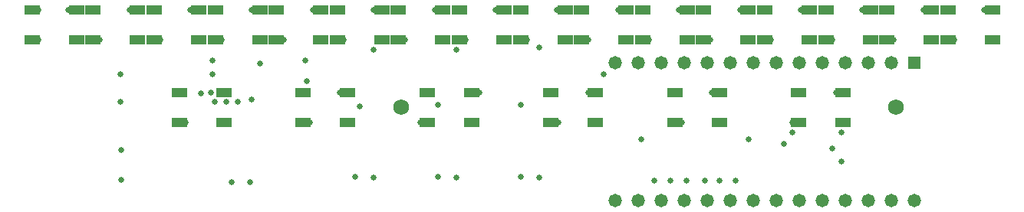
<source format=gbr>
%TF.GenerationSoftware,Altium Limited,Altium Designer,20.0.11 (256)*%
G04 Layer_Color=16711935*
%FSLAX26Y26*%
%MOIN*%
%TF.FileFunction,Soldermask,Bot*%
%TF.Part,Single*%
G01*
G75*
%TA.AperFunction,SMDPad,CuDef*%
%ADD40R,0.067055X0.043433*%
%TA.AperFunction,ConnectorPad*%
%ADD41R,0.067055X0.043433*%
%TA.AperFunction,ViaPad*%
%ADD42C,0.068000*%
%TA.AperFunction,ComponentPad*%
%ADD43R,0.058000X0.058000*%
%ADD44C,0.058000*%
%TA.AperFunction,ViaPad*%
%ADD45C,0.026000*%
D40*
X7851457Y1519961D02*
D03*
Y1390039D02*
D03*
X7658543D02*
D03*
Y1519961D02*
D03*
X7313142D02*
D03*
Y1390039D02*
D03*
X7120228D02*
D03*
Y1519961D02*
D03*
X6774827D02*
D03*
Y1390039D02*
D03*
X6581913D02*
D03*
Y1519961D02*
D03*
X6236512D02*
D03*
Y1390039D02*
D03*
X6043598D02*
D03*
Y1519961D02*
D03*
X5698197D02*
D03*
Y1390039D02*
D03*
X5505283D02*
D03*
Y1519961D02*
D03*
X5159882D02*
D03*
Y1390039D02*
D03*
X4966968D02*
D03*
Y1519961D02*
D03*
X8234544Y1879961D02*
D03*
Y1750039D02*
D03*
X8041630D02*
D03*
Y1879961D02*
D03*
X7969211D02*
D03*
Y1750039D02*
D03*
X7776297D02*
D03*
Y1879961D02*
D03*
X7703878D02*
D03*
Y1750039D02*
D03*
X7510964D02*
D03*
Y1879961D02*
D03*
X7438545D02*
D03*
Y1750039D02*
D03*
X7245631D02*
D03*
Y1879961D02*
D03*
X7173212D02*
D03*
Y1750039D02*
D03*
X6980298D02*
D03*
Y1879961D02*
D03*
X6907879D02*
D03*
Y1750039D02*
D03*
X6714965D02*
D03*
Y1879961D02*
D03*
X6642546D02*
D03*
Y1750039D02*
D03*
X6449632D02*
D03*
Y1879961D02*
D03*
X6377213D02*
D03*
Y1750039D02*
D03*
X6184299D02*
D03*
Y1879961D02*
D03*
X6111880D02*
D03*
Y1750039D02*
D03*
X5918966D02*
D03*
Y1879961D02*
D03*
X5846547D02*
D03*
Y1750039D02*
D03*
X5653633D02*
D03*
Y1879961D02*
D03*
X5315881D02*
D03*
Y1750039D02*
D03*
X5122967D02*
D03*
Y1879961D02*
D03*
X5581214D02*
D03*
Y1750039D02*
D03*
X5388300D02*
D03*
Y1879961D02*
D03*
X5050548D02*
D03*
Y1750039D02*
D03*
X4857634D02*
D03*
Y1879961D02*
D03*
X4785215D02*
D03*
Y1750039D02*
D03*
X4592301D02*
D03*
Y1879961D02*
D03*
X4519882D02*
D03*
Y1750039D02*
D03*
X4326968D02*
D03*
Y1879961D02*
D03*
D41*
X8499877D02*
D03*
Y1750039D02*
D03*
X8306963D02*
D03*
Y1879961D02*
D03*
D42*
X5930000Y1455000D02*
D03*
X8080000D02*
D03*
D43*
X8160000Y1650000D02*
D03*
D44*
X8060000D02*
D03*
X7960000D02*
D03*
X7860000D02*
D03*
X7760000D02*
D03*
X7660000D02*
D03*
X7560000D02*
D03*
X7460000D02*
D03*
X7360000D02*
D03*
X7260000D02*
D03*
X7160000D02*
D03*
X7060000D02*
D03*
X6960000D02*
D03*
X6860000D02*
D03*
X8160000Y1050000D02*
D03*
X8060000D02*
D03*
X7960000D02*
D03*
X7860000D02*
D03*
X7760000D02*
D03*
X7660000D02*
D03*
X7560000D02*
D03*
X7460000D02*
D03*
X7360000D02*
D03*
X7260000D02*
D03*
X7160000D02*
D03*
X7060000D02*
D03*
X6960000D02*
D03*
X6860000D02*
D03*
D45*
X5750000Y1460000D02*
D03*
X6810000Y1600000D02*
D03*
X5060000Y1515000D02*
D03*
X4995000Y1390000D02*
D03*
X5120000Y1480000D02*
D03*
X6270000Y1520000D02*
D03*
X6015000Y1390000D02*
D03*
X7820000Y1520000D02*
D03*
X7630000Y1390000D02*
D03*
X7150000Y1388403D02*
D03*
X7280000Y1518403D02*
D03*
X6615000Y1388403D02*
D03*
X6745000Y1518403D02*
D03*
X5535000Y1388403D02*
D03*
X5665000Y1518403D02*
D03*
X8335000Y1750000D02*
D03*
X5195000Y1130000D02*
D03*
X7630000Y1345000D02*
D03*
X4715000Y1140000D02*
D03*
Y1270000D02*
D03*
X4710000Y1600000D02*
D03*
Y1480000D02*
D03*
X5810000Y1706417D02*
D03*
Y1150000D02*
D03*
X6170000D02*
D03*
X6530000D02*
D03*
X6090000Y1465000D02*
D03*
X6450000D02*
D03*
X4355000Y1880000D02*
D03*
X7403666D02*
D03*
X7138333D02*
D03*
X6873000D02*
D03*
X6607666D02*
D03*
X6342333D02*
D03*
X6077000D02*
D03*
X5811667D02*
D03*
X5546333D02*
D03*
X5281000D02*
D03*
X5015667D02*
D03*
X4750333D02*
D03*
X4485000D02*
D03*
X8464999D02*
D03*
X7669000D02*
D03*
X7934333D02*
D03*
X8199666D02*
D03*
X5275000Y1130000D02*
D03*
X7595000Y1295000D02*
D03*
X7385000Y1136082D02*
D03*
X7314372D02*
D03*
X7250000D02*
D03*
X7170000D02*
D03*
X7030000D02*
D03*
X7100000D02*
D03*
X7845000Y1345000D02*
D03*
Y1220000D02*
D03*
X5151000Y1750000D02*
D03*
X4885667D02*
D03*
X4620333D02*
D03*
X4355000D02*
D03*
X5420000D02*
D03*
X5681667D02*
D03*
X5947000D02*
D03*
X6212333D02*
D03*
X6477666D02*
D03*
X6743000D02*
D03*
X7008333D02*
D03*
X7273666D02*
D03*
X7539000D02*
D03*
X7804333D02*
D03*
X8069666D02*
D03*
X5515000Y1660000D02*
D03*
X5318409Y1646772D02*
D03*
X5520000Y1570000D02*
D03*
X7805000Y1275000D02*
D03*
X6975000Y1315000D02*
D03*
X7440000D02*
D03*
X6530000Y1715000D02*
D03*
X6170630Y1706417D02*
D03*
X5730630Y1153583D02*
D03*
X6090630D02*
D03*
X6450630D02*
D03*
X5170000Y1480000D02*
D03*
X5220000D02*
D03*
X5279409Y1490591D02*
D03*
X5111926Y1660591D02*
D03*
Y1600591D02*
D03*
X5105000Y1520000D02*
D03*
%TF.MD5,ce4631a3d67df497f42cfe6eb321cbe5*%
M02*

</source>
